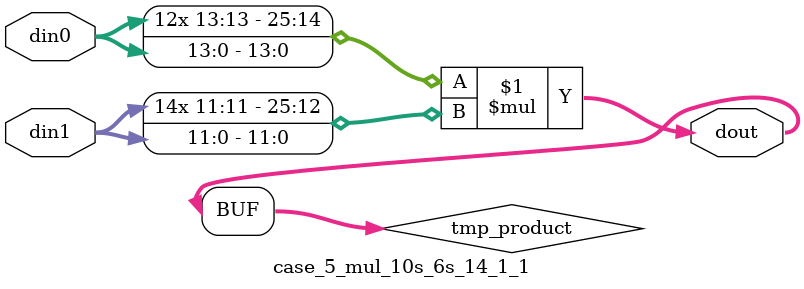
<source format=v>

`timescale 1 ns / 1 ps

 module case_5_mul_10s_6s_14_1_1(din0, din1, dout);
parameter ID = 1;
parameter NUM_STAGE = 0;
parameter din0_WIDTH = 14;
parameter din1_WIDTH = 12;
parameter dout_WIDTH = 26;

input [din0_WIDTH - 1 : 0] din0; 
input [din1_WIDTH - 1 : 0] din1; 
output [dout_WIDTH - 1 : 0] dout;

wire signed [dout_WIDTH - 1 : 0] tmp_product;



























assign tmp_product = $signed(din0) * $signed(din1);








assign dout = tmp_product;





















endmodule

</source>
